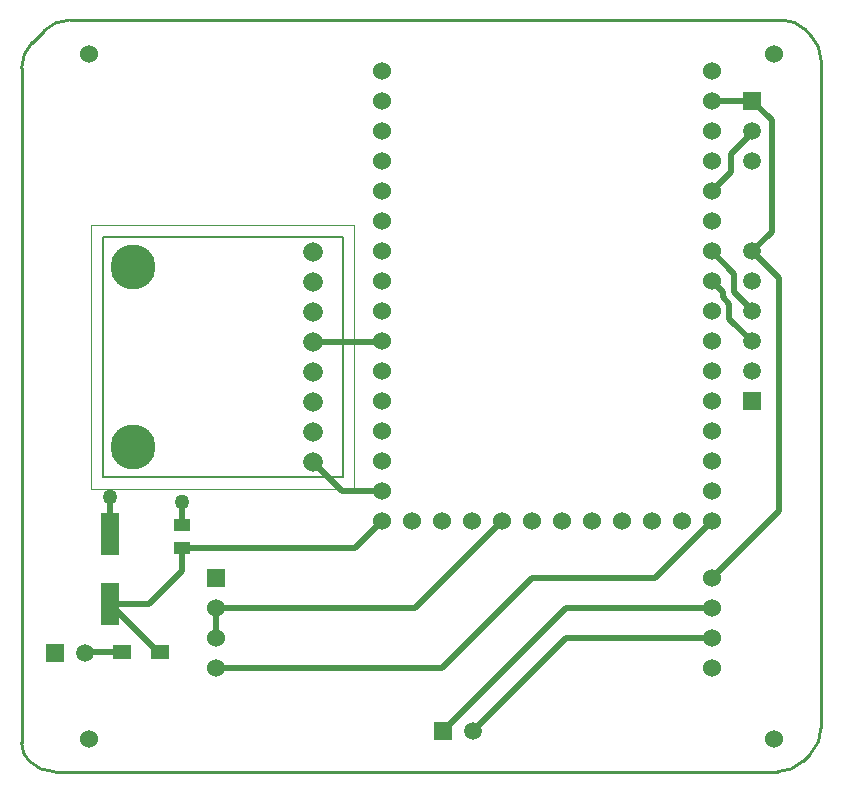
<source format=gtl>
G04 Layer_Physical_Order=1*
G04 Layer_Color=255*
%FSLAX25Y25*%
%MOIN*%
G70*
G01*
G75*
%ADD10C,0.01968*%
%ADD11R,0.06299X0.04724*%
%ADD12R,0.05512X0.04331*%
G04:AMPARAMS|DCode=13|XSize=141.73mil|YSize=62.99mil|CornerRadius=7.87mil|HoleSize=0mil|Usage=FLASHONLY|Rotation=270.000|XOffset=0mil|YOffset=0mil|HoleType=Round|Shape=RoundedRectangle|*
%AMROUNDEDRECTD13*
21,1,0.14173,0.04724,0,0,270.0*
21,1,0.12598,0.06299,0,0,270.0*
1,1,0.01575,-0.02362,-0.06299*
1,1,0.01575,-0.02362,0.06299*
1,1,0.01575,0.02362,0.06299*
1,1,0.01575,0.02362,-0.06299*
%
%ADD13ROUNDEDRECTD13*%
%ADD14C,0.01000*%
%ADD15C,0.00787*%
%ADD16C,0.00394*%
%ADD17C,0.06000*%
%ADD18R,0.05905X0.05905*%
%ADD19C,0.05905*%
%ADD20R,0.05905X0.05905*%
%ADD21C,0.15000*%
%ADD22C,0.06555*%
%ADD23R,0.06000X0.06000*%
%ADD24C,0.05000*%
D10*
X196091Y155000D02*
G03*
X195500Y154409I0J-591D01*
G01*
X203500Y194614D02*
X204000Y195114D01*
X418000Y288453D02*
X424500Y294953D01*
Y332047D01*
X418000Y338547D02*
X424500Y332047D01*
X204000Y195114D02*
Y206500D01*
X203500Y194614D02*
X204000Y194114D01*
X285500Y189500D02*
X294500Y198500D01*
X228000Y189500D02*
X285500D01*
X427000Y202000D02*
Y279453D01*
X228000Y197374D02*
Y205000D01*
X404500Y308500D02*
X411000Y315000D01*
Y321000D01*
X418000Y328000D01*
Y328547D01*
X404500Y338500D02*
X404547Y338547D01*
X418000D01*
X404500Y278500D02*
X408157Y274843D01*
Y273261D02*
Y274843D01*
Y273261D02*
X410453Y270966D01*
Y266000D02*
Y270966D01*
Y266000D02*
X418000Y258453D01*
X412094Y274892D02*
X418000Y268986D01*
Y268453D02*
Y268986D01*
X412094Y274892D02*
Y280906D01*
X404500Y288500D02*
X412094Y280906D01*
X404500Y179500D02*
X427000Y202000D01*
X418000Y288453D02*
X427000Y279453D01*
X281222Y208500D02*
X294500D01*
X271500Y218222D02*
X281222Y208500D01*
X294222Y258222D02*
X294500Y258500D01*
X271500Y258222D02*
X294222D01*
X385500Y179500D02*
X404500Y198500D01*
X344500Y179500D02*
X385500D01*
X314500Y149500D02*
X344500Y179500D01*
X239146Y149500D02*
X314500D01*
X305500Y169500D02*
X334500Y198500D01*
X239146Y169500D02*
X305500D01*
X239146Y159500D02*
Y169500D01*
X325000Y128500D02*
X356000Y159500D01*
X404500D01*
X315000Y128500D02*
X356000Y169500D01*
X404500D01*
X219886Y155000D02*
X220602D01*
X204000Y170886D02*
X219886Y155000D01*
X204000Y170886D02*
X216886D01*
X228000Y182000D02*
Y189500D01*
X216886Y170886D02*
X228000Y182000D01*
X196091Y155000D02*
X208004D01*
D11*
X220602D02*
D03*
X208004D02*
D03*
D12*
X228000Y197374D02*
D03*
Y189500D02*
D03*
D13*
X204000Y194114D02*
D03*
Y170886D02*
D03*
D14*
X190500Y365500D02*
G03*
X181965Y361965I0J-12071D01*
G01*
X178035Y358035D02*
G03*
X174500Y349500I8535J-8535D01*
G01*
Y124485D02*
G03*
X176964Y118535I8414J0D01*
G01*
D02*
G03*
X185500Y115000I8535J8535D01*
G01*
X426500D02*
G03*
X435036Y118535I0J12071D01*
G01*
X437465Y120965D02*
G03*
X441000Y129500I-8535J8535D01*
G01*
Y352000D02*
G03*
X437465Y360536I-12071J0D01*
G01*
X435500Y362500D02*
G03*
X428257Y365500I-7243J-7243D01*
G01*
X190500D02*
X346500D01*
X178035Y358035D02*
X181965Y361965D01*
X174500Y124485D02*
Y349500D01*
X185500Y115000D02*
X426500D01*
X435036Y118535D02*
X437465Y120965D01*
X441000Y129500D02*
Y352000D01*
X435500Y362500D02*
X437465Y360536D01*
X346500Y365500D02*
X428257D01*
D15*
X201500Y213222D02*
X281500D01*
Y293222D01*
X201500D02*
X281500D01*
X201500Y213222D02*
Y293222D01*
D16*
X197563Y209285D02*
X285437D01*
Y297160D01*
X197563D02*
X285437D01*
X197563Y209285D02*
Y297160D01*
D17*
X196850Y125984D02*
D03*
X425197D02*
D03*
Y354331D02*
D03*
X196850D02*
D03*
X294500Y198500D02*
D03*
Y208500D02*
D03*
Y218500D02*
D03*
Y228500D02*
D03*
Y238500D02*
D03*
Y248500D02*
D03*
Y258500D02*
D03*
Y268500D02*
D03*
Y278500D02*
D03*
Y288500D02*
D03*
Y298500D02*
D03*
Y308500D02*
D03*
Y318500D02*
D03*
Y328500D02*
D03*
Y338500D02*
D03*
Y348500D02*
D03*
X304500Y198500D02*
D03*
X314500D02*
D03*
X324500D02*
D03*
X334500D02*
D03*
X344500D02*
D03*
X354500D02*
D03*
X364500D02*
D03*
X374500D02*
D03*
X384500D02*
D03*
X394500D02*
D03*
X404500D02*
D03*
Y208500D02*
D03*
Y218500D02*
D03*
Y228500D02*
D03*
Y238500D02*
D03*
Y248500D02*
D03*
Y258500D02*
D03*
Y268500D02*
D03*
Y278500D02*
D03*
Y288500D02*
D03*
Y298500D02*
D03*
Y308500D02*
D03*
Y318500D02*
D03*
Y328500D02*
D03*
Y338500D02*
D03*
Y348500D02*
D03*
Y149500D02*
D03*
Y159500D02*
D03*
Y169500D02*
D03*
Y179500D02*
D03*
X239146Y169500D02*
D03*
Y159500D02*
D03*
Y149500D02*
D03*
D18*
X185500Y154409D02*
D03*
X315000Y128500D02*
D03*
D19*
X195500Y154409D02*
D03*
X325000Y128500D02*
D03*
X418000Y248453D02*
D03*
Y258453D02*
D03*
Y268453D02*
D03*
Y278453D02*
D03*
Y288453D02*
D03*
Y328547D02*
D03*
Y318547D02*
D03*
D20*
Y238453D02*
D03*
Y338547D02*
D03*
D21*
X211500Y283222D02*
D03*
Y223222D02*
D03*
D22*
X271500Y288222D02*
D03*
Y278222D02*
D03*
Y268222D02*
D03*
Y258222D02*
D03*
Y248222D02*
D03*
Y238222D02*
D03*
Y228222D02*
D03*
Y218222D02*
D03*
D23*
X239146Y179500D02*
D03*
D24*
X204000Y206500D02*
D03*
X228000Y205000D02*
D03*
M02*

</source>
